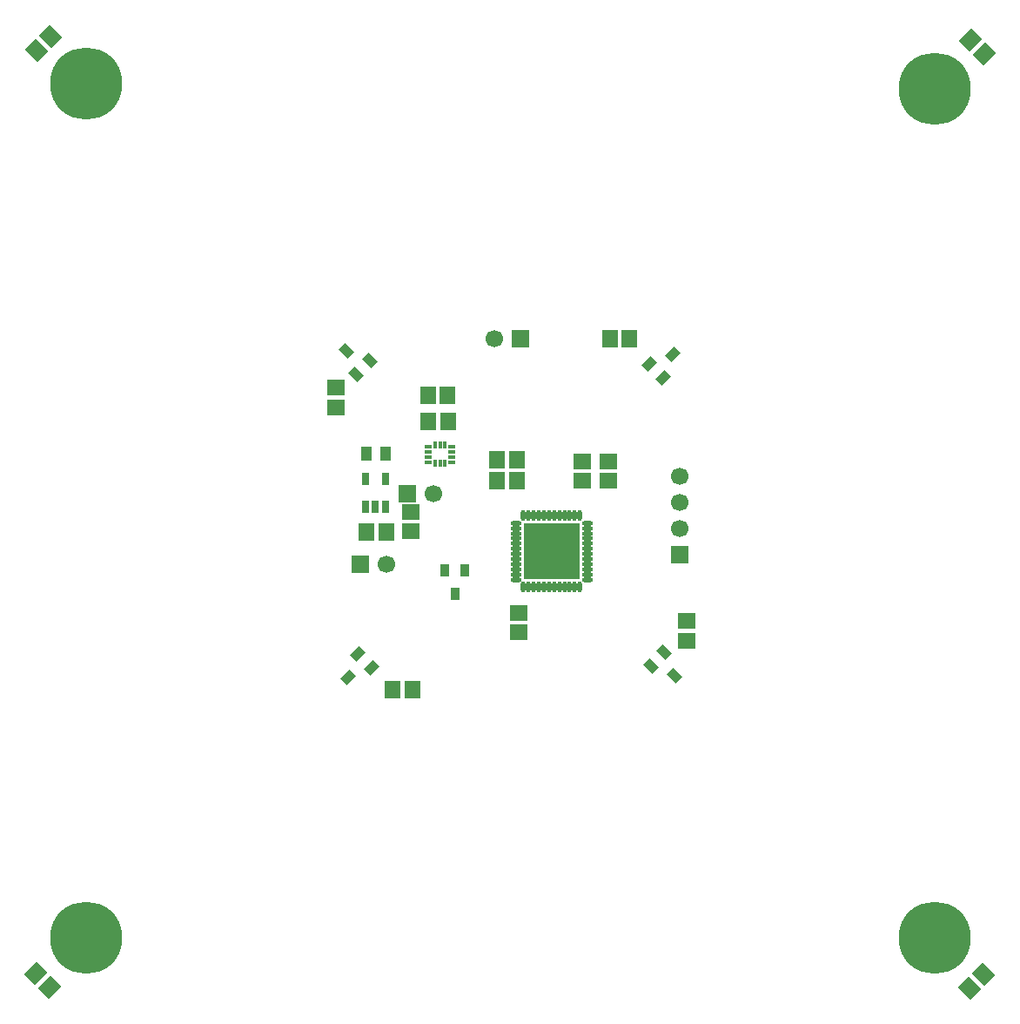
<source format=gts>
G04 DipTrace 3.2.0.1*
G04 Rev1.2.gts*
%MOIN*%
G04 #@! TF.FileFunction,Soldermask,Top*
G04 #@! TF.Part,Single*
%AMOUTLINE1*
4,1,4,
-0.044542,-0.002783,
0.002783,0.044542,
0.044542,0.002783,
-0.002783,-0.044542,
-0.044542,-0.002783,
0*%
%AMOUTLINE4*
4,1,4,
0.002783,-0.044542,
-0.044542,0.002783,
-0.002783,0.044542,
0.044542,-0.002783,
0.002783,-0.044542,
0*%
%AMOUTLINE13*
4,1,4,
-0.005568,-0.02923,
-0.02923,-0.005568,
0.005568,0.02923,
0.02923,0.005568,
-0.005568,-0.02923,
0*%
%AMOUTLINE16*
4,1,4,
-0.02923,0.005568,
-0.005568,0.02923,
0.02923,-0.005568,
0.005568,-0.02923,
-0.02923,0.005568,
0*%
%ADD37C,0.275591*%
%ADD42R,0.031496X0.051181*%
%ADD46R,0.017717X0.026575*%
%ADD48R,0.026575X0.017717*%
%ADD50R,0.212598X0.212598*%
%ADD52O,0.041339X0.019685*%
%ADD54O,0.019685X0.041339*%
%ADD56R,0.033465X0.049213*%
%ADD58C,0.066929*%
%ADD60R,0.066929X0.066929*%
%ADD62R,0.03937X0.055118*%
%ADD64R,0.066929X0.059055*%
%ADD66R,0.059055X0.066929*%
%ADD72OUTLINE1*%
%ADD75OUTLINE4*%
%ADD84OUTLINE13*%
%ADD87OUTLINE16*%
%FSLAX26Y26*%
G04*
G70*
G90*
G75*
G01*
G04 TopMask*
%LPD*%
D66*
X1782580Y2262794D3*
X1857383D3*
D64*
X1951428Y2338927D3*
Y2264123D3*
D66*
X2019685Y2685039D3*
X2094488D3*
X2017717Y2785433D3*
X2092520D3*
D64*
X2363927Y1951427D3*
Y1876623D3*
X2607677Y2457677D3*
Y2532480D3*
D72*
X568701Y518701D3*
X515807Y571594D3*
D75*
X4143701Y568701D3*
X4090807Y515807D3*
D72*
X4093701Y4143701D3*
X4146594Y4090807D3*
D75*
X518701Y4106201D3*
X571594Y4159094D3*
D37*
X3956693Y708661D3*
X708661D3*
Y3976378D3*
X3956693Y3956693D3*
D62*
X1782579Y2562794D3*
X1853445D3*
D60*
X2982283Y2175197D3*
D58*
Y2275197D3*
Y2375197D3*
Y2475197D3*
D60*
X1938927Y2407677D3*
D58*
X2038927D3*
D66*
X2282677Y2457677D3*
X2357480D3*
X2282677Y2538927D3*
X2357480D3*
X1957677Y1657677D3*
X1882874D3*
D64*
X3007677Y1920177D3*
Y1845374D3*
D66*
X2713928Y3001427D3*
X2788731D3*
D64*
X1663927Y2738928D3*
Y2813731D3*
X2707677Y2457874D3*
Y2532677D3*
D84*
X1801181Y1742126D3*
X1748286Y1795020D3*
X1710705Y1704545D3*
D87*
X2923228Y1801181D3*
X2870335Y1748286D3*
X2960810Y1710705D3*
D84*
X2864173Y2903543D3*
X2917068Y2850650D3*
X2954650Y2941125D3*
D87*
X1742126Y2864173D3*
X1795020Y2917068D3*
X1704545Y2954650D3*
D56*
X2157677Y2113928D3*
X2082874D3*
X2120276Y2023377D3*
D54*
X2382677Y2051428D3*
X2402362D3*
X2422047D3*
X2441732D3*
X2461417D3*
X2481102D3*
X2500787D3*
X2520472D3*
X2540157D3*
X2559843D3*
X2579528D3*
X2599213D3*
D52*
X2626772Y2078987D3*
Y2098672D3*
Y2118357D3*
Y2138042D3*
Y2157727D3*
Y2177412D3*
Y2197097D3*
Y2216782D3*
Y2236467D3*
Y2256152D3*
Y2275837D3*
Y2295522D3*
D54*
X2599213Y2323081D3*
X2579528D3*
X2559843D3*
X2540157D3*
X2520472D3*
X2500787D3*
X2481102D3*
X2461417D3*
X2441732D3*
X2422047D3*
X2402362D3*
X2382677Y2323087D3*
D52*
X2355118Y2295522D3*
Y2275837D3*
Y2256152D3*
Y2236467D3*
Y2216782D3*
Y2197097D3*
Y2177412D3*
Y2157727D3*
Y2138042D3*
Y2118357D3*
Y2098672D3*
Y2078987D3*
D50*
X2490945Y2187257D3*
D48*
X2017717Y2588583D3*
Y2568898D3*
Y2549213D3*
Y2529528D3*
X2109213Y2588583D3*
Y2568898D3*
Y2549213D3*
Y2529528D3*
D46*
X2083150Y2595748D3*
X2063465D3*
X2043780D3*
X2083150Y2523937D3*
X2063465D3*
X2043780D3*
D60*
X2372047Y3001969D3*
D58*
X2272047D3*
D60*
X1757579Y2137795D3*
D58*
X1857579D3*
D42*
X1778824Y2359264D3*
X1816226D3*
X1853627D3*
Y2465563D3*
X1778824D3*
M02*

</source>
